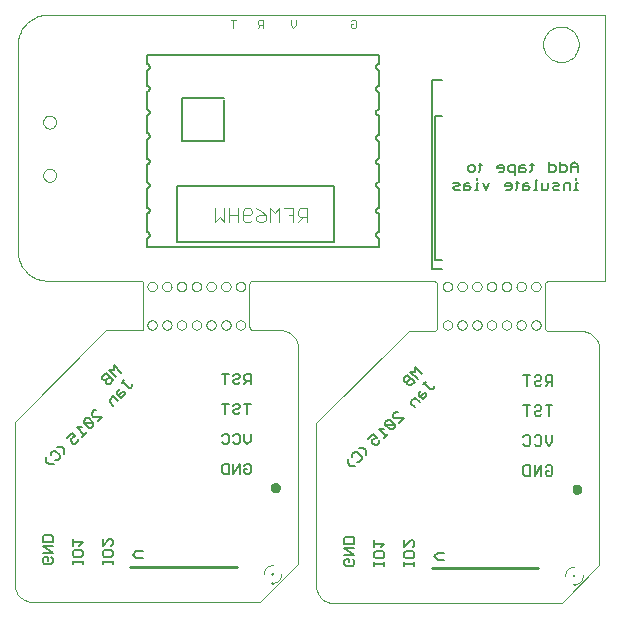
<source format=gbo>
G75*
%MOIN*%
%OFA0B0*%
%FSLAX24Y24*%
%IPPOS*%
%LPD*%
%AMOC8*
5,1,8,0,0,1.08239X$1,22.5*
%
%ADD10C,0.0060*%
%ADD11C,0.0100*%
%ADD12C,0.0000*%
%ADD13C,0.0040*%
%ADD14C,0.0150*%
%ADD15R,0.0079X0.0079*%
%ADD16R,0.0059X0.0098*%
%ADD17C,0.0050*%
D10*
X006878Y001587D02*
X006878Y001700D01*
X006935Y001757D01*
X007048Y001757D01*
X007048Y001643D01*
X007161Y001530D02*
X006935Y001530D01*
X006878Y001587D01*
X007161Y001530D02*
X007218Y001587D01*
X007218Y001700D01*
X007161Y001757D01*
X007218Y001898D02*
X006878Y002125D01*
X007218Y002125D01*
X007218Y002267D02*
X006878Y002267D01*
X006878Y002437D01*
X006935Y002493D01*
X007161Y002493D01*
X007218Y002437D01*
X007218Y002267D01*
X007218Y001898D02*
X006878Y001898D01*
X007878Y001946D02*
X007878Y001832D01*
X007935Y001776D01*
X008161Y001776D01*
X008218Y001832D01*
X008218Y001946D01*
X008161Y002002D01*
X007935Y002002D01*
X007878Y001946D01*
X007878Y002144D02*
X007878Y002371D01*
X007878Y002257D02*
X008218Y002257D01*
X008105Y002144D01*
X008878Y002144D02*
X009105Y002371D01*
X009161Y002371D01*
X009218Y002314D01*
X009218Y002201D01*
X009161Y002144D01*
X009161Y002002D02*
X009218Y001946D01*
X009218Y001832D01*
X009161Y001776D01*
X008935Y001776D01*
X008878Y001832D01*
X008878Y001946D01*
X008935Y002002D01*
X009161Y002002D01*
X008878Y002144D02*
X008878Y002371D01*
X008878Y001643D02*
X008878Y001530D01*
X008878Y001587D02*
X009218Y001587D01*
X009218Y001643D02*
X009218Y001530D01*
X009878Y001843D02*
X009991Y001957D01*
X010218Y001957D01*
X010218Y001730D02*
X009991Y001730D01*
X009878Y001843D01*
X008218Y001643D02*
X008218Y001530D01*
X008218Y001587D02*
X007878Y001587D01*
X007878Y001643D02*
X007878Y001530D01*
X007243Y004856D02*
X007083Y004856D01*
X007002Y004936D01*
X007002Y005096D01*
X007143Y005156D02*
X007143Y005236D01*
X007223Y005317D01*
X007303Y005317D01*
X007463Y005156D01*
X007463Y005076D01*
X007383Y004996D01*
X007303Y004996D01*
X007597Y005210D02*
X007597Y005370D01*
X007517Y005450D01*
X007356Y005450D01*
X007688Y005750D02*
X007849Y005910D01*
X007969Y005790D01*
X007849Y005750D01*
X007809Y005710D01*
X007809Y005630D01*
X007889Y005550D01*
X007969Y005550D01*
X008049Y005630D01*
X008049Y005710D01*
X008190Y005770D02*
X008350Y005930D01*
X008270Y005850D02*
X008029Y006091D01*
X008190Y006091D01*
X008249Y006231D02*
X008570Y006231D01*
X008570Y006151D01*
X008490Y006070D01*
X008410Y006070D01*
X008249Y006231D01*
X008249Y006311D01*
X008330Y006391D01*
X008410Y006391D01*
X008570Y006231D01*
X008710Y006291D02*
X008871Y006451D01*
X008550Y006451D01*
X008510Y006491D01*
X008510Y006571D01*
X008590Y006652D01*
X008670Y006652D01*
X009111Y006932D02*
X009231Y006812D01*
X009111Y006932D02*
X009111Y007012D01*
X009231Y007132D01*
X009392Y006972D01*
X009492Y007072D02*
X009371Y007192D01*
X009371Y007273D01*
X009452Y007353D01*
X009532Y007273D02*
X009411Y007152D01*
X009492Y007072D02*
X009612Y007192D01*
X009612Y007273D01*
X009532Y007273D01*
X009752Y007413D02*
X009552Y007613D01*
X009592Y007653D02*
X009512Y007573D01*
X009328Y007757D02*
X009087Y007997D01*
X009248Y007997D01*
X009248Y008158D01*
X009488Y007917D01*
X009228Y007657D02*
X009108Y007536D01*
X009027Y007536D01*
X008987Y007577D01*
X008987Y007657D01*
X009108Y007777D01*
X009228Y007657D02*
X008987Y007897D01*
X008867Y007777D01*
X008867Y007697D01*
X008907Y007657D01*
X008987Y007657D01*
X009752Y007413D02*
X009832Y007413D01*
X009872Y007453D01*
X009872Y007533D01*
X012854Y007870D02*
X013081Y007870D01*
X012968Y007870D02*
X012968Y007530D01*
X013223Y007587D02*
X013279Y007530D01*
X013393Y007530D01*
X013450Y007587D01*
X013393Y007700D02*
X013450Y007757D01*
X013450Y007814D01*
X013393Y007870D01*
X013279Y007870D01*
X013223Y007814D01*
X013279Y007700D02*
X013223Y007643D01*
X013223Y007587D01*
X013279Y007700D02*
X013393Y007700D01*
X013591Y007700D02*
X013648Y007643D01*
X013818Y007643D01*
X013818Y007530D02*
X013818Y007870D01*
X013648Y007870D01*
X013591Y007814D01*
X013591Y007700D01*
X013704Y007643D02*
X013591Y007530D01*
X013591Y006870D02*
X013818Y006870D01*
X013704Y006870D02*
X013704Y006530D01*
X013450Y006587D02*
X013393Y006530D01*
X013279Y006530D01*
X013223Y006587D01*
X013223Y006643D01*
X013279Y006700D01*
X013393Y006700D01*
X013450Y006757D01*
X013450Y006814D01*
X013393Y006870D01*
X013279Y006870D01*
X013223Y006814D01*
X013081Y006870D02*
X012854Y006870D01*
X012968Y006870D02*
X012968Y006530D01*
X013025Y005870D02*
X013081Y005814D01*
X013081Y005587D01*
X013025Y005530D01*
X012911Y005530D01*
X012854Y005587D01*
X012854Y005814D02*
X012911Y005870D01*
X013025Y005870D01*
X013223Y005814D02*
X013279Y005870D01*
X013393Y005870D01*
X013450Y005814D01*
X013450Y005587D01*
X013393Y005530D01*
X013279Y005530D01*
X013223Y005587D01*
X013591Y005643D02*
X013591Y005870D01*
X013591Y005643D02*
X013704Y005530D01*
X013818Y005643D01*
X013818Y005870D01*
X013761Y004870D02*
X013648Y004870D01*
X013591Y004814D01*
X013591Y004700D02*
X013704Y004700D01*
X013591Y004700D02*
X013591Y004587D01*
X013648Y004530D01*
X013761Y004530D01*
X013818Y004587D01*
X013818Y004814D01*
X013761Y004870D01*
X013450Y004870D02*
X013450Y004530D01*
X013223Y004530D02*
X013223Y004870D01*
X013081Y004870D02*
X013081Y004530D01*
X012911Y004530D01*
X012854Y004587D01*
X012854Y004814D01*
X012911Y004870D01*
X013081Y004870D01*
X013223Y004530D02*
X013450Y004870D01*
X016928Y002387D02*
X016928Y002217D01*
X017268Y002217D01*
X017268Y002387D01*
X017211Y002443D01*
X016985Y002443D01*
X016928Y002387D01*
X016928Y002075D02*
X017268Y002075D01*
X017268Y001848D02*
X016928Y001848D01*
X016985Y001707D02*
X017098Y001707D01*
X017098Y001593D01*
X017211Y001480D02*
X016985Y001480D01*
X016928Y001537D01*
X016928Y001650D01*
X016985Y001707D01*
X017211Y001707D02*
X017268Y001650D01*
X017268Y001537D01*
X017211Y001480D01*
X017268Y001848D02*
X016928Y002075D01*
X017928Y002094D02*
X017928Y002321D01*
X017928Y002207D02*
X018268Y002207D01*
X018155Y002094D01*
X018211Y001952D02*
X018268Y001896D01*
X018268Y001782D01*
X018211Y001726D01*
X017985Y001726D01*
X017928Y001782D01*
X017928Y001896D01*
X017985Y001952D01*
X018211Y001952D01*
X018268Y001593D02*
X018268Y001480D01*
X018268Y001537D02*
X017928Y001537D01*
X017928Y001593D02*
X017928Y001480D01*
X018928Y001480D02*
X018928Y001593D01*
X018928Y001537D02*
X019268Y001537D01*
X019268Y001593D02*
X019268Y001480D01*
X019211Y001726D02*
X018985Y001726D01*
X018928Y001782D01*
X018928Y001896D01*
X018985Y001952D01*
X019211Y001952D01*
X019268Y001896D01*
X019268Y001782D01*
X019211Y001726D01*
X019211Y002094D02*
X019268Y002151D01*
X019268Y002264D01*
X019211Y002321D01*
X019155Y002321D01*
X018928Y002094D01*
X018928Y002321D01*
X019928Y001793D02*
X020041Y001907D01*
X020268Y001907D01*
X020268Y001680D02*
X020041Y001680D01*
X019928Y001793D01*
X022904Y004537D02*
X022961Y004480D01*
X023131Y004480D01*
X023131Y004820D01*
X022961Y004820D01*
X022904Y004764D01*
X022904Y004537D01*
X023273Y004480D02*
X023273Y004820D01*
X023500Y004820D02*
X023273Y004480D01*
X023500Y004480D02*
X023500Y004820D01*
X023641Y004764D02*
X023698Y004820D01*
X023811Y004820D01*
X023868Y004764D01*
X023868Y004537D01*
X023811Y004480D01*
X023698Y004480D01*
X023641Y004537D01*
X023641Y004650D01*
X023754Y004650D01*
X023754Y005480D02*
X023641Y005593D01*
X023641Y005820D01*
X023500Y005764D02*
X023500Y005537D01*
X023443Y005480D01*
X023329Y005480D01*
X023273Y005537D01*
X023131Y005537D02*
X023131Y005764D01*
X023075Y005820D01*
X022961Y005820D01*
X022904Y005764D01*
X022904Y005537D02*
X022961Y005480D01*
X023075Y005480D01*
X023131Y005537D01*
X023273Y005764D02*
X023329Y005820D01*
X023443Y005820D01*
X023500Y005764D01*
X023868Y005820D02*
X023868Y005593D01*
X023754Y005480D01*
X023754Y006480D02*
X023754Y006820D01*
X023641Y006820D02*
X023868Y006820D01*
X023500Y006764D02*
X023500Y006707D01*
X023443Y006650D01*
X023329Y006650D01*
X023273Y006593D01*
X023273Y006537D01*
X023329Y006480D01*
X023443Y006480D01*
X023500Y006537D01*
X023500Y006764D02*
X023443Y006820D01*
X023329Y006820D01*
X023273Y006764D01*
X023131Y006820D02*
X022904Y006820D01*
X023018Y006820D02*
X023018Y006480D01*
X023018Y007480D02*
X023018Y007820D01*
X023131Y007820D02*
X022904Y007820D01*
X023273Y007764D02*
X023329Y007820D01*
X023443Y007820D01*
X023500Y007764D01*
X023500Y007707D01*
X023443Y007650D01*
X023329Y007650D01*
X023273Y007593D01*
X023273Y007537D01*
X023329Y007480D01*
X023443Y007480D01*
X023500Y007537D01*
X023641Y007480D02*
X023754Y007593D01*
X023698Y007593D02*
X023868Y007593D01*
X023868Y007480D02*
X023868Y007820D01*
X023698Y007820D01*
X023641Y007764D01*
X023641Y007650D01*
X023698Y007593D01*
X019922Y007483D02*
X019922Y007403D01*
X019882Y007363D01*
X019802Y007363D01*
X019602Y007563D01*
X019642Y007603D02*
X019562Y007523D01*
X019502Y007303D02*
X019421Y007223D01*
X019421Y007142D01*
X019542Y007022D01*
X019662Y007142D01*
X019662Y007223D01*
X019582Y007223D01*
X019461Y007102D01*
X019281Y007082D02*
X019161Y006962D01*
X019161Y006882D01*
X019281Y006762D01*
X019442Y006922D02*
X019281Y007082D01*
X019158Y007486D02*
X019278Y007607D01*
X019037Y007847D01*
X018917Y007727D01*
X018917Y007647D01*
X018957Y007607D01*
X019037Y007607D01*
X019158Y007727D01*
X019037Y007607D02*
X019037Y007527D01*
X019077Y007486D01*
X019158Y007486D01*
X019378Y007707D02*
X019137Y007947D01*
X019298Y007947D01*
X019298Y008108D01*
X019538Y007867D01*
X018720Y006602D02*
X018640Y006602D01*
X018560Y006521D01*
X018560Y006441D01*
X018600Y006401D01*
X018921Y006401D01*
X018760Y006241D01*
X018620Y006181D02*
X018620Y006101D01*
X018540Y006020D01*
X018460Y006020D01*
X018299Y006181D01*
X018620Y006181D01*
X018460Y006341D01*
X018380Y006341D01*
X018299Y006261D01*
X018299Y006181D01*
X018240Y006041D02*
X018079Y006041D01*
X018320Y005800D01*
X018400Y005880D02*
X018240Y005720D01*
X018099Y005660D02*
X018099Y005580D01*
X018019Y005500D01*
X017939Y005500D01*
X017859Y005580D01*
X017859Y005660D01*
X017899Y005700D01*
X018019Y005740D01*
X017899Y005860D01*
X017738Y005700D01*
X017567Y005400D02*
X017406Y005400D01*
X017353Y005267D02*
X017513Y005106D01*
X017513Y005026D01*
X017433Y004946D01*
X017353Y004946D01*
X017293Y004806D02*
X017133Y004806D01*
X017052Y004886D01*
X017052Y005046D01*
X017193Y005106D02*
X017193Y005186D01*
X017273Y005267D01*
X017353Y005267D01*
X017567Y005400D02*
X017647Y005320D01*
X017647Y005160D01*
X020619Y014010D02*
X020562Y014067D01*
X020619Y014123D01*
X020732Y014123D01*
X020789Y014180D01*
X020732Y014237D01*
X020562Y014237D01*
X020619Y014010D02*
X020789Y014010D01*
X020931Y014010D02*
X021101Y014010D01*
X021158Y014067D01*
X021101Y014123D01*
X020931Y014123D01*
X020931Y014180D02*
X020931Y014010D01*
X020931Y014180D02*
X020987Y014237D01*
X021101Y014237D01*
X021346Y014237D02*
X021346Y014010D01*
X021290Y014010D02*
X021403Y014010D01*
X021403Y014237D02*
X021346Y014237D01*
X021346Y014350D02*
X021346Y014407D01*
X021412Y014610D02*
X021469Y014667D01*
X021469Y014893D01*
X021526Y014837D02*
X021412Y014837D01*
X021280Y014780D02*
X021280Y014667D01*
X021224Y014610D01*
X021110Y014610D01*
X021053Y014667D01*
X021053Y014780D01*
X021110Y014837D01*
X021224Y014837D01*
X021280Y014780D01*
X021544Y014237D02*
X021658Y014010D01*
X021771Y014237D01*
X022092Y014610D02*
X022206Y014610D01*
X022262Y014667D01*
X022262Y014780D01*
X022206Y014837D01*
X022092Y014837D01*
X022036Y014780D01*
X022036Y014723D01*
X022262Y014723D01*
X022404Y014667D02*
X022461Y014610D01*
X022631Y014610D01*
X022631Y014496D02*
X022631Y014837D01*
X022461Y014837D01*
X022404Y014780D01*
X022404Y014667D01*
X022772Y014723D02*
X022942Y014723D01*
X022999Y014667D01*
X022942Y014610D01*
X022772Y014610D01*
X022772Y014780D01*
X022829Y014837D01*
X022942Y014837D01*
X023131Y014837D02*
X023245Y014837D01*
X023188Y014893D02*
X023188Y014667D01*
X023131Y014610D01*
X023311Y014350D02*
X023311Y014010D01*
X023367Y014010D02*
X023254Y014010D01*
X023122Y014067D02*
X023065Y014123D01*
X022895Y014123D01*
X022895Y014180D02*
X022895Y014010D01*
X023065Y014010D01*
X023122Y014067D01*
X023065Y014237D02*
X022952Y014237D01*
X022895Y014180D01*
X022754Y014237D02*
X022640Y014237D01*
X022697Y014293D02*
X022697Y014067D01*
X022640Y014010D01*
X022508Y014067D02*
X022508Y014180D01*
X022451Y014237D01*
X022338Y014237D01*
X022281Y014180D01*
X022281Y014123D01*
X022508Y014123D01*
X022508Y014067D02*
X022451Y014010D01*
X022338Y014010D01*
X023311Y014350D02*
X023367Y014350D01*
X023509Y014237D02*
X023509Y014010D01*
X023679Y014010D01*
X023736Y014067D01*
X023736Y014237D01*
X023877Y014237D02*
X024047Y014237D01*
X024104Y014180D01*
X024047Y014123D01*
X023934Y014123D01*
X023877Y014067D01*
X023934Y014010D01*
X024104Y014010D01*
X024245Y014010D02*
X024245Y014180D01*
X024302Y014237D01*
X024472Y014237D01*
X024472Y014010D01*
X024604Y014010D02*
X024718Y014010D01*
X024661Y014010D02*
X024661Y014237D01*
X024718Y014237D01*
X024661Y014350D02*
X024661Y014407D01*
X024718Y014610D02*
X024718Y014837D01*
X024604Y014950D01*
X024491Y014837D01*
X024491Y014610D01*
X024350Y014667D02*
X024350Y014780D01*
X024293Y014837D01*
X024123Y014837D01*
X024123Y014950D02*
X024123Y014610D01*
X024293Y014610D01*
X024350Y014667D01*
X024491Y014780D02*
X024718Y014780D01*
X023981Y014780D02*
X023981Y014667D01*
X023925Y014610D01*
X023754Y014610D01*
X023754Y014950D01*
X023754Y014837D02*
X023925Y014837D01*
X023981Y014780D01*
D11*
X013348Y001450D02*
X009798Y001450D01*
X019848Y001400D02*
X023398Y001400D01*
D12*
X005948Y000850D02*
X005948Y006275D01*
X008998Y009325D01*
X010153Y009325D01*
X010168Y009326D01*
X010182Y009331D01*
X010196Y009338D01*
X010207Y009348D01*
X010217Y009359D01*
X010224Y009373D01*
X010229Y009387D01*
X010230Y009402D01*
X010229Y009402D02*
X010229Y010880D01*
X010228Y010897D01*
X010223Y010914D01*
X010216Y010929D01*
X010206Y010943D01*
X010194Y010955D01*
X010180Y010965D01*
X010165Y010972D01*
X010148Y010977D01*
X010131Y010978D01*
X007031Y010978D01*
X007031Y010979D02*
X006969Y010981D01*
X006908Y010987D01*
X006847Y010996D01*
X006786Y011010D01*
X006727Y011027D01*
X006669Y011048D01*
X006612Y011073D01*
X006557Y011101D01*
X006504Y011132D01*
X006453Y011167D01*
X006404Y011205D01*
X006357Y011246D01*
X006314Y011289D01*
X006273Y011336D01*
X006235Y011385D01*
X006200Y011436D01*
X006169Y011489D01*
X006141Y011544D01*
X006116Y011601D01*
X006095Y011659D01*
X006078Y011718D01*
X006064Y011779D01*
X006055Y011840D01*
X006049Y011901D01*
X006047Y011963D01*
X006046Y011963D02*
X006046Y018852D01*
X006047Y018852D02*
X006049Y018914D01*
X006055Y018975D01*
X006064Y019036D01*
X006078Y019097D01*
X006095Y019156D01*
X006116Y019214D01*
X006141Y019271D01*
X006169Y019326D01*
X006200Y019379D01*
X006235Y019430D01*
X006273Y019479D01*
X006314Y019526D01*
X006357Y019569D01*
X006404Y019610D01*
X006453Y019648D01*
X006504Y019683D01*
X006557Y019714D01*
X006612Y019742D01*
X006669Y019767D01*
X006727Y019788D01*
X006786Y019805D01*
X006847Y019819D01*
X006908Y019828D01*
X006969Y019834D01*
X007031Y019836D01*
X007031Y019837D02*
X025633Y019837D01*
X025633Y010978D01*
X023763Y010978D01*
X023763Y010979D02*
X023740Y010977D01*
X023717Y010972D01*
X023696Y010963D01*
X023676Y010951D01*
X023658Y010936D01*
X023643Y010918D01*
X023631Y010898D01*
X023622Y010877D01*
X023617Y010854D01*
X023615Y010831D01*
X023615Y009404D01*
X023616Y009404D02*
X023617Y009387D01*
X023622Y009370D01*
X023629Y009355D01*
X023639Y009341D01*
X023651Y009329D01*
X023665Y009319D01*
X023680Y009312D01*
X023697Y009307D01*
X023714Y009306D01*
X023714Y009305D02*
X024796Y009305D01*
X024844Y009303D01*
X024891Y009298D01*
X024938Y009289D01*
X024985Y009277D01*
X025030Y009261D01*
X025074Y009242D01*
X025116Y009219D01*
X025157Y009194D01*
X025195Y009165D01*
X025231Y009134D01*
X025265Y009100D01*
X025296Y009064D01*
X025325Y009026D01*
X025350Y008985D01*
X025373Y008943D01*
X025392Y008899D01*
X025408Y008854D01*
X025420Y008807D01*
X025429Y008760D01*
X025434Y008713D01*
X025436Y008665D01*
X025436Y001488D01*
X024173Y000225D01*
X016573Y000225D01*
X016528Y000227D01*
X016483Y000232D01*
X016439Y000241D01*
X016395Y000253D01*
X016353Y000269D01*
X016312Y000288D01*
X016273Y000310D01*
X016235Y000335D01*
X016200Y000363D01*
X016166Y000393D01*
X016136Y000427D01*
X016108Y000462D01*
X016083Y000500D01*
X016061Y000539D01*
X016042Y000580D01*
X016026Y000622D01*
X016014Y000666D01*
X016005Y000710D01*
X016000Y000755D01*
X015998Y000800D01*
X015998Y006225D01*
X019078Y009305D01*
X019924Y009305D01*
X019924Y009306D02*
X019941Y009307D01*
X019958Y009312D01*
X019973Y009319D01*
X019987Y009329D01*
X019999Y009341D01*
X020009Y009355D01*
X020016Y009370D01*
X020021Y009387D01*
X020022Y009404D01*
X020023Y009404D02*
X020023Y010831D01*
X020021Y010854D01*
X020016Y010877D01*
X020007Y010898D01*
X019995Y010918D01*
X019980Y010936D01*
X019962Y010951D01*
X019942Y010963D01*
X019921Y010972D01*
X019898Y010977D01*
X019875Y010979D01*
X019875Y010978D02*
X013871Y010978D01*
X013871Y010979D02*
X013854Y010977D01*
X013837Y010973D01*
X013821Y010966D01*
X013807Y010956D01*
X013794Y010943D01*
X013784Y010929D01*
X013777Y010913D01*
X013773Y010896D01*
X013771Y010879D01*
X013771Y009451D01*
X013773Y009431D01*
X013777Y009412D01*
X013785Y009394D01*
X013795Y009377D01*
X013808Y009362D01*
X013823Y009349D01*
X013840Y009339D01*
X013858Y009331D01*
X013877Y009327D01*
X013897Y009325D01*
X014798Y009325D01*
X014845Y009323D01*
X014892Y009318D01*
X014938Y009308D01*
X014983Y009296D01*
X015028Y009279D01*
X015070Y009260D01*
X015111Y009237D01*
X015151Y009210D01*
X015188Y009181D01*
X015222Y009149D01*
X015254Y009115D01*
X015283Y009078D01*
X015310Y009038D01*
X015333Y008997D01*
X015352Y008955D01*
X015369Y008910D01*
X015381Y008865D01*
X015391Y008819D01*
X015396Y008772D01*
X015398Y008725D01*
X015398Y001550D01*
X014123Y000275D01*
X006523Y000275D01*
X006478Y000277D01*
X006433Y000282D01*
X006389Y000291D01*
X006345Y000303D01*
X006303Y000319D01*
X006262Y000338D01*
X006223Y000360D01*
X006185Y000385D01*
X006150Y000413D01*
X006116Y000443D01*
X006086Y000477D01*
X006058Y000512D01*
X006033Y000550D01*
X006011Y000589D01*
X005992Y000630D01*
X005976Y000672D01*
X005964Y000716D01*
X005955Y000760D01*
X005950Y000805D01*
X005948Y000850D01*
X010368Y009502D02*
X010370Y009527D01*
X010376Y009551D01*
X010385Y009573D01*
X010398Y009594D01*
X010414Y009613D01*
X010433Y009629D01*
X010454Y009642D01*
X010476Y009651D01*
X010500Y009657D01*
X010525Y009659D01*
X010550Y009657D01*
X010574Y009651D01*
X010596Y009642D01*
X010617Y009629D01*
X010636Y009613D01*
X010652Y009594D01*
X010665Y009573D01*
X010674Y009551D01*
X010680Y009527D01*
X010682Y009502D01*
X010680Y009477D01*
X010674Y009453D01*
X010665Y009431D01*
X010652Y009410D01*
X010636Y009391D01*
X010617Y009375D01*
X010596Y009362D01*
X010574Y009353D01*
X010550Y009347D01*
X010525Y009345D01*
X010500Y009347D01*
X010476Y009353D01*
X010454Y009362D01*
X010433Y009375D01*
X010414Y009391D01*
X010398Y009410D01*
X010385Y009431D01*
X010376Y009453D01*
X010370Y009477D01*
X010368Y009502D01*
X010860Y009502D02*
X010862Y009527D01*
X010868Y009551D01*
X010877Y009573D01*
X010890Y009594D01*
X010906Y009613D01*
X010925Y009629D01*
X010946Y009642D01*
X010968Y009651D01*
X010992Y009657D01*
X011017Y009659D01*
X011042Y009657D01*
X011066Y009651D01*
X011088Y009642D01*
X011109Y009629D01*
X011128Y009613D01*
X011144Y009594D01*
X011157Y009573D01*
X011166Y009551D01*
X011172Y009527D01*
X011174Y009502D01*
X011172Y009477D01*
X011166Y009453D01*
X011157Y009431D01*
X011144Y009410D01*
X011128Y009391D01*
X011109Y009375D01*
X011088Y009362D01*
X011066Y009353D01*
X011042Y009347D01*
X011017Y009345D01*
X010992Y009347D01*
X010968Y009353D01*
X010946Y009362D01*
X010925Y009375D01*
X010906Y009391D01*
X010890Y009410D01*
X010877Y009431D01*
X010868Y009453D01*
X010862Y009477D01*
X010860Y009502D01*
X011352Y009502D02*
X011354Y009527D01*
X011360Y009551D01*
X011369Y009573D01*
X011382Y009594D01*
X011398Y009613D01*
X011417Y009629D01*
X011438Y009642D01*
X011460Y009651D01*
X011484Y009657D01*
X011509Y009659D01*
X011534Y009657D01*
X011558Y009651D01*
X011580Y009642D01*
X011601Y009629D01*
X011620Y009613D01*
X011636Y009594D01*
X011649Y009573D01*
X011658Y009551D01*
X011664Y009527D01*
X011666Y009502D01*
X011664Y009477D01*
X011658Y009453D01*
X011649Y009431D01*
X011636Y009410D01*
X011620Y009391D01*
X011601Y009375D01*
X011580Y009362D01*
X011558Y009353D01*
X011534Y009347D01*
X011509Y009345D01*
X011484Y009347D01*
X011460Y009353D01*
X011438Y009362D01*
X011417Y009375D01*
X011398Y009391D01*
X011382Y009410D01*
X011369Y009431D01*
X011360Y009453D01*
X011354Y009477D01*
X011352Y009502D01*
X011844Y009502D02*
X011846Y009527D01*
X011852Y009551D01*
X011861Y009573D01*
X011874Y009594D01*
X011890Y009613D01*
X011909Y009629D01*
X011930Y009642D01*
X011952Y009651D01*
X011976Y009657D01*
X012001Y009659D01*
X012026Y009657D01*
X012050Y009651D01*
X012072Y009642D01*
X012093Y009629D01*
X012112Y009613D01*
X012128Y009594D01*
X012141Y009573D01*
X012150Y009551D01*
X012156Y009527D01*
X012158Y009502D01*
X012156Y009477D01*
X012150Y009453D01*
X012141Y009431D01*
X012128Y009410D01*
X012112Y009391D01*
X012093Y009375D01*
X012072Y009362D01*
X012050Y009353D01*
X012026Y009347D01*
X012001Y009345D01*
X011976Y009347D01*
X011952Y009353D01*
X011930Y009362D01*
X011909Y009375D01*
X011890Y009391D01*
X011874Y009410D01*
X011861Y009431D01*
X011852Y009453D01*
X011846Y009477D01*
X011844Y009502D01*
X012336Y009502D02*
X012338Y009527D01*
X012344Y009551D01*
X012353Y009573D01*
X012366Y009594D01*
X012382Y009613D01*
X012401Y009629D01*
X012422Y009642D01*
X012444Y009651D01*
X012468Y009657D01*
X012493Y009659D01*
X012518Y009657D01*
X012542Y009651D01*
X012564Y009642D01*
X012585Y009629D01*
X012604Y009613D01*
X012620Y009594D01*
X012633Y009573D01*
X012642Y009551D01*
X012648Y009527D01*
X012650Y009502D01*
X012648Y009477D01*
X012642Y009453D01*
X012633Y009431D01*
X012620Y009410D01*
X012604Y009391D01*
X012585Y009375D01*
X012564Y009362D01*
X012542Y009353D01*
X012518Y009347D01*
X012493Y009345D01*
X012468Y009347D01*
X012444Y009353D01*
X012422Y009362D01*
X012401Y009375D01*
X012382Y009391D01*
X012366Y009410D01*
X012353Y009431D01*
X012344Y009453D01*
X012338Y009477D01*
X012336Y009502D01*
X012828Y009502D02*
X012830Y009527D01*
X012836Y009551D01*
X012845Y009573D01*
X012858Y009594D01*
X012874Y009613D01*
X012893Y009629D01*
X012914Y009642D01*
X012936Y009651D01*
X012960Y009657D01*
X012985Y009659D01*
X013010Y009657D01*
X013034Y009651D01*
X013056Y009642D01*
X013077Y009629D01*
X013096Y009613D01*
X013112Y009594D01*
X013125Y009573D01*
X013134Y009551D01*
X013140Y009527D01*
X013142Y009502D01*
X013140Y009477D01*
X013134Y009453D01*
X013125Y009431D01*
X013112Y009410D01*
X013096Y009391D01*
X013077Y009375D01*
X013056Y009362D01*
X013034Y009353D01*
X013010Y009347D01*
X012985Y009345D01*
X012960Y009347D01*
X012936Y009353D01*
X012914Y009362D01*
X012893Y009375D01*
X012874Y009391D01*
X012858Y009410D01*
X012845Y009431D01*
X012836Y009453D01*
X012830Y009477D01*
X012828Y009502D01*
X013320Y009502D02*
X013322Y009527D01*
X013328Y009551D01*
X013337Y009573D01*
X013350Y009594D01*
X013366Y009613D01*
X013385Y009629D01*
X013406Y009642D01*
X013428Y009651D01*
X013452Y009657D01*
X013477Y009659D01*
X013502Y009657D01*
X013526Y009651D01*
X013548Y009642D01*
X013569Y009629D01*
X013588Y009613D01*
X013604Y009594D01*
X013617Y009573D01*
X013626Y009551D01*
X013632Y009527D01*
X013634Y009502D01*
X013632Y009477D01*
X013626Y009453D01*
X013617Y009431D01*
X013604Y009410D01*
X013588Y009391D01*
X013569Y009375D01*
X013548Y009362D01*
X013526Y009353D01*
X013502Y009347D01*
X013477Y009345D01*
X013452Y009347D01*
X013428Y009353D01*
X013406Y009362D01*
X013385Y009375D01*
X013366Y009391D01*
X013350Y009410D01*
X013337Y009431D01*
X013328Y009453D01*
X013322Y009477D01*
X013320Y009502D01*
X013320Y010781D02*
X013322Y010806D01*
X013328Y010830D01*
X013337Y010852D01*
X013350Y010873D01*
X013366Y010892D01*
X013385Y010908D01*
X013406Y010921D01*
X013428Y010930D01*
X013452Y010936D01*
X013477Y010938D01*
X013502Y010936D01*
X013526Y010930D01*
X013548Y010921D01*
X013569Y010908D01*
X013588Y010892D01*
X013604Y010873D01*
X013617Y010852D01*
X013626Y010830D01*
X013632Y010806D01*
X013634Y010781D01*
X013632Y010756D01*
X013626Y010732D01*
X013617Y010710D01*
X013604Y010689D01*
X013588Y010670D01*
X013569Y010654D01*
X013548Y010641D01*
X013526Y010632D01*
X013502Y010626D01*
X013477Y010624D01*
X013452Y010626D01*
X013428Y010632D01*
X013406Y010641D01*
X013385Y010654D01*
X013366Y010670D01*
X013350Y010689D01*
X013337Y010710D01*
X013328Y010732D01*
X013322Y010756D01*
X013320Y010781D01*
X012828Y010781D02*
X012830Y010806D01*
X012836Y010830D01*
X012845Y010852D01*
X012858Y010873D01*
X012874Y010892D01*
X012893Y010908D01*
X012914Y010921D01*
X012936Y010930D01*
X012960Y010936D01*
X012985Y010938D01*
X013010Y010936D01*
X013034Y010930D01*
X013056Y010921D01*
X013077Y010908D01*
X013096Y010892D01*
X013112Y010873D01*
X013125Y010852D01*
X013134Y010830D01*
X013140Y010806D01*
X013142Y010781D01*
X013140Y010756D01*
X013134Y010732D01*
X013125Y010710D01*
X013112Y010689D01*
X013096Y010670D01*
X013077Y010654D01*
X013056Y010641D01*
X013034Y010632D01*
X013010Y010626D01*
X012985Y010624D01*
X012960Y010626D01*
X012936Y010632D01*
X012914Y010641D01*
X012893Y010654D01*
X012874Y010670D01*
X012858Y010689D01*
X012845Y010710D01*
X012836Y010732D01*
X012830Y010756D01*
X012828Y010781D01*
X012336Y010781D02*
X012338Y010806D01*
X012344Y010830D01*
X012353Y010852D01*
X012366Y010873D01*
X012382Y010892D01*
X012401Y010908D01*
X012422Y010921D01*
X012444Y010930D01*
X012468Y010936D01*
X012493Y010938D01*
X012518Y010936D01*
X012542Y010930D01*
X012564Y010921D01*
X012585Y010908D01*
X012604Y010892D01*
X012620Y010873D01*
X012633Y010852D01*
X012642Y010830D01*
X012648Y010806D01*
X012650Y010781D01*
X012648Y010756D01*
X012642Y010732D01*
X012633Y010710D01*
X012620Y010689D01*
X012604Y010670D01*
X012585Y010654D01*
X012564Y010641D01*
X012542Y010632D01*
X012518Y010626D01*
X012493Y010624D01*
X012468Y010626D01*
X012444Y010632D01*
X012422Y010641D01*
X012401Y010654D01*
X012382Y010670D01*
X012366Y010689D01*
X012353Y010710D01*
X012344Y010732D01*
X012338Y010756D01*
X012336Y010781D01*
X011844Y010781D02*
X011846Y010806D01*
X011852Y010830D01*
X011861Y010852D01*
X011874Y010873D01*
X011890Y010892D01*
X011909Y010908D01*
X011930Y010921D01*
X011952Y010930D01*
X011976Y010936D01*
X012001Y010938D01*
X012026Y010936D01*
X012050Y010930D01*
X012072Y010921D01*
X012093Y010908D01*
X012112Y010892D01*
X012128Y010873D01*
X012141Y010852D01*
X012150Y010830D01*
X012156Y010806D01*
X012158Y010781D01*
X012156Y010756D01*
X012150Y010732D01*
X012141Y010710D01*
X012128Y010689D01*
X012112Y010670D01*
X012093Y010654D01*
X012072Y010641D01*
X012050Y010632D01*
X012026Y010626D01*
X012001Y010624D01*
X011976Y010626D01*
X011952Y010632D01*
X011930Y010641D01*
X011909Y010654D01*
X011890Y010670D01*
X011874Y010689D01*
X011861Y010710D01*
X011852Y010732D01*
X011846Y010756D01*
X011844Y010781D01*
X011352Y010781D02*
X011354Y010806D01*
X011360Y010830D01*
X011369Y010852D01*
X011382Y010873D01*
X011398Y010892D01*
X011417Y010908D01*
X011438Y010921D01*
X011460Y010930D01*
X011484Y010936D01*
X011509Y010938D01*
X011534Y010936D01*
X011558Y010930D01*
X011580Y010921D01*
X011601Y010908D01*
X011620Y010892D01*
X011636Y010873D01*
X011649Y010852D01*
X011658Y010830D01*
X011664Y010806D01*
X011666Y010781D01*
X011664Y010756D01*
X011658Y010732D01*
X011649Y010710D01*
X011636Y010689D01*
X011620Y010670D01*
X011601Y010654D01*
X011580Y010641D01*
X011558Y010632D01*
X011534Y010626D01*
X011509Y010624D01*
X011484Y010626D01*
X011460Y010632D01*
X011438Y010641D01*
X011417Y010654D01*
X011398Y010670D01*
X011382Y010689D01*
X011369Y010710D01*
X011360Y010732D01*
X011354Y010756D01*
X011352Y010781D01*
X010860Y010781D02*
X010862Y010806D01*
X010868Y010830D01*
X010877Y010852D01*
X010890Y010873D01*
X010906Y010892D01*
X010925Y010908D01*
X010946Y010921D01*
X010968Y010930D01*
X010992Y010936D01*
X011017Y010938D01*
X011042Y010936D01*
X011066Y010930D01*
X011088Y010921D01*
X011109Y010908D01*
X011128Y010892D01*
X011144Y010873D01*
X011157Y010852D01*
X011166Y010830D01*
X011172Y010806D01*
X011174Y010781D01*
X011172Y010756D01*
X011166Y010732D01*
X011157Y010710D01*
X011144Y010689D01*
X011128Y010670D01*
X011109Y010654D01*
X011088Y010641D01*
X011066Y010632D01*
X011042Y010626D01*
X011017Y010624D01*
X010992Y010626D01*
X010968Y010632D01*
X010946Y010641D01*
X010925Y010654D01*
X010906Y010670D01*
X010890Y010689D01*
X010877Y010710D01*
X010868Y010732D01*
X010862Y010756D01*
X010860Y010781D01*
X010368Y010781D02*
X010370Y010806D01*
X010376Y010830D01*
X010385Y010852D01*
X010398Y010873D01*
X010414Y010892D01*
X010433Y010908D01*
X010454Y010921D01*
X010476Y010930D01*
X010500Y010936D01*
X010525Y010938D01*
X010550Y010936D01*
X010574Y010930D01*
X010596Y010921D01*
X010617Y010908D01*
X010636Y010892D01*
X010652Y010873D01*
X010665Y010852D01*
X010674Y010830D01*
X010680Y010806D01*
X010682Y010781D01*
X010680Y010756D01*
X010674Y010732D01*
X010665Y010710D01*
X010652Y010689D01*
X010636Y010670D01*
X010617Y010654D01*
X010596Y010641D01*
X010574Y010632D01*
X010550Y010626D01*
X010525Y010624D01*
X010500Y010626D01*
X010476Y010632D01*
X010454Y010641D01*
X010433Y010654D01*
X010414Y010670D01*
X010398Y010689D01*
X010385Y010710D01*
X010376Y010732D01*
X010370Y010756D01*
X010368Y010781D01*
X006892Y014494D02*
X006894Y014523D01*
X006900Y014551D01*
X006909Y014579D01*
X006922Y014605D01*
X006939Y014628D01*
X006958Y014650D01*
X006980Y014669D01*
X007005Y014684D01*
X007031Y014697D01*
X007059Y014705D01*
X007087Y014710D01*
X007116Y014711D01*
X007145Y014708D01*
X007173Y014701D01*
X007200Y014691D01*
X007226Y014677D01*
X007249Y014660D01*
X007270Y014640D01*
X007288Y014617D01*
X007303Y014592D01*
X007314Y014565D01*
X007322Y014537D01*
X007326Y014508D01*
X007326Y014480D01*
X007322Y014451D01*
X007314Y014423D01*
X007303Y014396D01*
X007288Y014371D01*
X007270Y014348D01*
X007249Y014328D01*
X007226Y014311D01*
X007200Y014297D01*
X007173Y014287D01*
X007145Y014280D01*
X007116Y014277D01*
X007087Y014278D01*
X007059Y014283D01*
X007031Y014291D01*
X007005Y014304D01*
X006980Y014319D01*
X006958Y014338D01*
X006939Y014360D01*
X006922Y014383D01*
X006909Y014409D01*
X006900Y014437D01*
X006894Y014465D01*
X006892Y014494D01*
X006892Y016266D02*
X006894Y016295D01*
X006900Y016323D01*
X006909Y016351D01*
X006922Y016377D01*
X006939Y016400D01*
X006958Y016422D01*
X006980Y016441D01*
X007005Y016456D01*
X007031Y016469D01*
X007059Y016477D01*
X007087Y016482D01*
X007116Y016483D01*
X007145Y016480D01*
X007173Y016473D01*
X007200Y016463D01*
X007226Y016449D01*
X007249Y016432D01*
X007270Y016412D01*
X007288Y016389D01*
X007303Y016364D01*
X007314Y016337D01*
X007322Y016309D01*
X007326Y016280D01*
X007326Y016252D01*
X007322Y016223D01*
X007314Y016195D01*
X007303Y016168D01*
X007288Y016143D01*
X007270Y016120D01*
X007249Y016100D01*
X007226Y016083D01*
X007200Y016069D01*
X007173Y016059D01*
X007145Y016052D01*
X007116Y016049D01*
X007087Y016050D01*
X007059Y016055D01*
X007031Y016063D01*
X007005Y016076D01*
X006980Y016091D01*
X006958Y016110D01*
X006939Y016132D01*
X006922Y016155D01*
X006909Y016181D01*
X006900Y016209D01*
X006894Y016237D01*
X006892Y016266D01*
X020210Y010781D02*
X020212Y010806D01*
X020218Y010830D01*
X020227Y010852D01*
X020240Y010873D01*
X020256Y010892D01*
X020275Y010908D01*
X020296Y010921D01*
X020318Y010930D01*
X020342Y010936D01*
X020367Y010938D01*
X020392Y010936D01*
X020416Y010930D01*
X020438Y010921D01*
X020459Y010908D01*
X020478Y010892D01*
X020494Y010873D01*
X020507Y010852D01*
X020516Y010830D01*
X020522Y010806D01*
X020524Y010781D01*
X020522Y010756D01*
X020516Y010732D01*
X020507Y010710D01*
X020494Y010689D01*
X020478Y010670D01*
X020459Y010654D01*
X020438Y010641D01*
X020416Y010632D01*
X020392Y010626D01*
X020367Y010624D01*
X020342Y010626D01*
X020318Y010632D01*
X020296Y010641D01*
X020275Y010654D01*
X020256Y010670D01*
X020240Y010689D01*
X020227Y010710D01*
X020218Y010732D01*
X020212Y010756D01*
X020210Y010781D01*
X020702Y010781D02*
X020704Y010806D01*
X020710Y010830D01*
X020719Y010852D01*
X020732Y010873D01*
X020748Y010892D01*
X020767Y010908D01*
X020788Y010921D01*
X020810Y010930D01*
X020834Y010936D01*
X020859Y010938D01*
X020884Y010936D01*
X020908Y010930D01*
X020930Y010921D01*
X020951Y010908D01*
X020970Y010892D01*
X020986Y010873D01*
X020999Y010852D01*
X021008Y010830D01*
X021014Y010806D01*
X021016Y010781D01*
X021014Y010756D01*
X021008Y010732D01*
X020999Y010710D01*
X020986Y010689D01*
X020970Y010670D01*
X020951Y010654D01*
X020930Y010641D01*
X020908Y010632D01*
X020884Y010626D01*
X020859Y010624D01*
X020834Y010626D01*
X020810Y010632D01*
X020788Y010641D01*
X020767Y010654D01*
X020748Y010670D01*
X020732Y010689D01*
X020719Y010710D01*
X020710Y010732D01*
X020704Y010756D01*
X020702Y010781D01*
X021194Y010781D02*
X021196Y010806D01*
X021202Y010830D01*
X021211Y010852D01*
X021224Y010873D01*
X021240Y010892D01*
X021259Y010908D01*
X021280Y010921D01*
X021302Y010930D01*
X021326Y010936D01*
X021351Y010938D01*
X021376Y010936D01*
X021400Y010930D01*
X021422Y010921D01*
X021443Y010908D01*
X021462Y010892D01*
X021478Y010873D01*
X021491Y010852D01*
X021500Y010830D01*
X021506Y010806D01*
X021508Y010781D01*
X021506Y010756D01*
X021500Y010732D01*
X021491Y010710D01*
X021478Y010689D01*
X021462Y010670D01*
X021443Y010654D01*
X021422Y010641D01*
X021400Y010632D01*
X021376Y010626D01*
X021351Y010624D01*
X021326Y010626D01*
X021302Y010632D01*
X021280Y010641D01*
X021259Y010654D01*
X021240Y010670D01*
X021224Y010689D01*
X021211Y010710D01*
X021202Y010732D01*
X021196Y010756D01*
X021194Y010781D01*
X021687Y010781D02*
X021689Y010806D01*
X021695Y010830D01*
X021704Y010852D01*
X021717Y010873D01*
X021733Y010892D01*
X021752Y010908D01*
X021773Y010921D01*
X021795Y010930D01*
X021819Y010936D01*
X021844Y010938D01*
X021869Y010936D01*
X021893Y010930D01*
X021915Y010921D01*
X021936Y010908D01*
X021955Y010892D01*
X021971Y010873D01*
X021984Y010852D01*
X021993Y010830D01*
X021999Y010806D01*
X022001Y010781D01*
X021999Y010756D01*
X021993Y010732D01*
X021984Y010710D01*
X021971Y010689D01*
X021955Y010670D01*
X021936Y010654D01*
X021915Y010641D01*
X021893Y010632D01*
X021869Y010626D01*
X021844Y010624D01*
X021819Y010626D01*
X021795Y010632D01*
X021773Y010641D01*
X021752Y010654D01*
X021733Y010670D01*
X021717Y010689D01*
X021704Y010710D01*
X021695Y010732D01*
X021689Y010756D01*
X021687Y010781D01*
X022179Y010781D02*
X022181Y010806D01*
X022187Y010830D01*
X022196Y010852D01*
X022209Y010873D01*
X022225Y010892D01*
X022244Y010908D01*
X022265Y010921D01*
X022287Y010930D01*
X022311Y010936D01*
X022336Y010938D01*
X022361Y010936D01*
X022385Y010930D01*
X022407Y010921D01*
X022428Y010908D01*
X022447Y010892D01*
X022463Y010873D01*
X022476Y010852D01*
X022485Y010830D01*
X022491Y010806D01*
X022493Y010781D01*
X022491Y010756D01*
X022485Y010732D01*
X022476Y010710D01*
X022463Y010689D01*
X022447Y010670D01*
X022428Y010654D01*
X022407Y010641D01*
X022385Y010632D01*
X022361Y010626D01*
X022336Y010624D01*
X022311Y010626D01*
X022287Y010632D01*
X022265Y010641D01*
X022244Y010654D01*
X022225Y010670D01*
X022209Y010689D01*
X022196Y010710D01*
X022187Y010732D01*
X022181Y010756D01*
X022179Y010781D01*
X022671Y010781D02*
X022673Y010806D01*
X022679Y010830D01*
X022688Y010852D01*
X022701Y010873D01*
X022717Y010892D01*
X022736Y010908D01*
X022757Y010921D01*
X022779Y010930D01*
X022803Y010936D01*
X022828Y010938D01*
X022853Y010936D01*
X022877Y010930D01*
X022899Y010921D01*
X022920Y010908D01*
X022939Y010892D01*
X022955Y010873D01*
X022968Y010852D01*
X022977Y010830D01*
X022983Y010806D01*
X022985Y010781D01*
X022983Y010756D01*
X022977Y010732D01*
X022968Y010710D01*
X022955Y010689D01*
X022939Y010670D01*
X022920Y010654D01*
X022899Y010641D01*
X022877Y010632D01*
X022853Y010626D01*
X022828Y010624D01*
X022803Y010626D01*
X022779Y010632D01*
X022757Y010641D01*
X022736Y010654D01*
X022717Y010670D01*
X022701Y010689D01*
X022688Y010710D01*
X022679Y010732D01*
X022673Y010756D01*
X022671Y010781D01*
X023163Y010781D02*
X023165Y010806D01*
X023171Y010830D01*
X023180Y010852D01*
X023193Y010873D01*
X023209Y010892D01*
X023228Y010908D01*
X023249Y010921D01*
X023271Y010930D01*
X023295Y010936D01*
X023320Y010938D01*
X023345Y010936D01*
X023369Y010930D01*
X023391Y010921D01*
X023412Y010908D01*
X023431Y010892D01*
X023447Y010873D01*
X023460Y010852D01*
X023469Y010830D01*
X023475Y010806D01*
X023477Y010781D01*
X023475Y010756D01*
X023469Y010732D01*
X023460Y010710D01*
X023447Y010689D01*
X023431Y010670D01*
X023412Y010654D01*
X023391Y010641D01*
X023369Y010632D01*
X023345Y010626D01*
X023320Y010624D01*
X023295Y010626D01*
X023271Y010632D01*
X023249Y010641D01*
X023228Y010654D01*
X023209Y010670D01*
X023193Y010689D01*
X023180Y010710D01*
X023171Y010732D01*
X023165Y010756D01*
X023163Y010781D01*
X023163Y009502D02*
X023165Y009527D01*
X023171Y009551D01*
X023180Y009573D01*
X023193Y009594D01*
X023209Y009613D01*
X023228Y009629D01*
X023249Y009642D01*
X023271Y009651D01*
X023295Y009657D01*
X023320Y009659D01*
X023345Y009657D01*
X023369Y009651D01*
X023391Y009642D01*
X023412Y009629D01*
X023431Y009613D01*
X023447Y009594D01*
X023460Y009573D01*
X023469Y009551D01*
X023475Y009527D01*
X023477Y009502D01*
X023475Y009477D01*
X023469Y009453D01*
X023460Y009431D01*
X023447Y009410D01*
X023431Y009391D01*
X023412Y009375D01*
X023391Y009362D01*
X023369Y009353D01*
X023345Y009347D01*
X023320Y009345D01*
X023295Y009347D01*
X023271Y009353D01*
X023249Y009362D01*
X023228Y009375D01*
X023209Y009391D01*
X023193Y009410D01*
X023180Y009431D01*
X023171Y009453D01*
X023165Y009477D01*
X023163Y009502D01*
X022671Y009502D02*
X022673Y009527D01*
X022679Y009551D01*
X022688Y009573D01*
X022701Y009594D01*
X022717Y009613D01*
X022736Y009629D01*
X022757Y009642D01*
X022779Y009651D01*
X022803Y009657D01*
X022828Y009659D01*
X022853Y009657D01*
X022877Y009651D01*
X022899Y009642D01*
X022920Y009629D01*
X022939Y009613D01*
X022955Y009594D01*
X022968Y009573D01*
X022977Y009551D01*
X022983Y009527D01*
X022985Y009502D01*
X022983Y009477D01*
X022977Y009453D01*
X022968Y009431D01*
X022955Y009410D01*
X022939Y009391D01*
X022920Y009375D01*
X022899Y009362D01*
X022877Y009353D01*
X022853Y009347D01*
X022828Y009345D01*
X022803Y009347D01*
X022779Y009353D01*
X022757Y009362D01*
X022736Y009375D01*
X022717Y009391D01*
X022701Y009410D01*
X022688Y009431D01*
X022679Y009453D01*
X022673Y009477D01*
X022671Y009502D01*
X022179Y009502D02*
X022181Y009527D01*
X022187Y009551D01*
X022196Y009573D01*
X022209Y009594D01*
X022225Y009613D01*
X022244Y009629D01*
X022265Y009642D01*
X022287Y009651D01*
X022311Y009657D01*
X022336Y009659D01*
X022361Y009657D01*
X022385Y009651D01*
X022407Y009642D01*
X022428Y009629D01*
X022447Y009613D01*
X022463Y009594D01*
X022476Y009573D01*
X022485Y009551D01*
X022491Y009527D01*
X022493Y009502D01*
X022491Y009477D01*
X022485Y009453D01*
X022476Y009431D01*
X022463Y009410D01*
X022447Y009391D01*
X022428Y009375D01*
X022407Y009362D01*
X022385Y009353D01*
X022361Y009347D01*
X022336Y009345D01*
X022311Y009347D01*
X022287Y009353D01*
X022265Y009362D01*
X022244Y009375D01*
X022225Y009391D01*
X022209Y009410D01*
X022196Y009431D01*
X022187Y009453D01*
X022181Y009477D01*
X022179Y009502D01*
X021687Y009502D02*
X021689Y009527D01*
X021695Y009551D01*
X021704Y009573D01*
X021717Y009594D01*
X021733Y009613D01*
X021752Y009629D01*
X021773Y009642D01*
X021795Y009651D01*
X021819Y009657D01*
X021844Y009659D01*
X021869Y009657D01*
X021893Y009651D01*
X021915Y009642D01*
X021936Y009629D01*
X021955Y009613D01*
X021971Y009594D01*
X021984Y009573D01*
X021993Y009551D01*
X021999Y009527D01*
X022001Y009502D01*
X021999Y009477D01*
X021993Y009453D01*
X021984Y009431D01*
X021971Y009410D01*
X021955Y009391D01*
X021936Y009375D01*
X021915Y009362D01*
X021893Y009353D01*
X021869Y009347D01*
X021844Y009345D01*
X021819Y009347D01*
X021795Y009353D01*
X021773Y009362D01*
X021752Y009375D01*
X021733Y009391D01*
X021717Y009410D01*
X021704Y009431D01*
X021695Y009453D01*
X021689Y009477D01*
X021687Y009502D01*
X021194Y009502D02*
X021196Y009527D01*
X021202Y009551D01*
X021211Y009573D01*
X021224Y009594D01*
X021240Y009613D01*
X021259Y009629D01*
X021280Y009642D01*
X021302Y009651D01*
X021326Y009657D01*
X021351Y009659D01*
X021376Y009657D01*
X021400Y009651D01*
X021422Y009642D01*
X021443Y009629D01*
X021462Y009613D01*
X021478Y009594D01*
X021491Y009573D01*
X021500Y009551D01*
X021506Y009527D01*
X021508Y009502D01*
X021506Y009477D01*
X021500Y009453D01*
X021491Y009431D01*
X021478Y009410D01*
X021462Y009391D01*
X021443Y009375D01*
X021422Y009362D01*
X021400Y009353D01*
X021376Y009347D01*
X021351Y009345D01*
X021326Y009347D01*
X021302Y009353D01*
X021280Y009362D01*
X021259Y009375D01*
X021240Y009391D01*
X021224Y009410D01*
X021211Y009431D01*
X021202Y009453D01*
X021196Y009477D01*
X021194Y009502D01*
X020702Y009502D02*
X020704Y009527D01*
X020710Y009551D01*
X020719Y009573D01*
X020732Y009594D01*
X020748Y009613D01*
X020767Y009629D01*
X020788Y009642D01*
X020810Y009651D01*
X020834Y009657D01*
X020859Y009659D01*
X020884Y009657D01*
X020908Y009651D01*
X020930Y009642D01*
X020951Y009629D01*
X020970Y009613D01*
X020986Y009594D01*
X020999Y009573D01*
X021008Y009551D01*
X021014Y009527D01*
X021016Y009502D01*
X021014Y009477D01*
X021008Y009453D01*
X020999Y009431D01*
X020986Y009410D01*
X020970Y009391D01*
X020951Y009375D01*
X020930Y009362D01*
X020908Y009353D01*
X020884Y009347D01*
X020859Y009345D01*
X020834Y009347D01*
X020810Y009353D01*
X020788Y009362D01*
X020767Y009375D01*
X020748Y009391D01*
X020732Y009410D01*
X020719Y009431D01*
X020710Y009453D01*
X020704Y009477D01*
X020702Y009502D01*
X020210Y009502D02*
X020212Y009527D01*
X020218Y009551D01*
X020227Y009573D01*
X020240Y009594D01*
X020256Y009613D01*
X020275Y009629D01*
X020296Y009642D01*
X020318Y009651D01*
X020342Y009657D01*
X020367Y009659D01*
X020392Y009657D01*
X020416Y009651D01*
X020438Y009642D01*
X020459Y009629D01*
X020478Y009613D01*
X020494Y009594D01*
X020507Y009573D01*
X020516Y009551D01*
X020522Y009527D01*
X020524Y009502D01*
X020522Y009477D01*
X020516Y009453D01*
X020507Y009431D01*
X020494Y009410D01*
X020478Y009391D01*
X020459Y009375D01*
X020438Y009362D01*
X020416Y009353D01*
X020392Y009347D01*
X020367Y009345D01*
X020342Y009347D01*
X020318Y009353D01*
X020296Y009362D01*
X020275Y009375D01*
X020256Y009391D01*
X020240Y009410D01*
X020227Y009431D01*
X020218Y009453D01*
X020212Y009477D01*
X020210Y009502D01*
X023562Y018857D02*
X023564Y018905D01*
X023570Y018953D01*
X023580Y019000D01*
X023593Y019046D01*
X023611Y019091D01*
X023631Y019135D01*
X023656Y019177D01*
X023684Y019216D01*
X023714Y019253D01*
X023748Y019287D01*
X023785Y019319D01*
X023823Y019348D01*
X023864Y019373D01*
X023907Y019395D01*
X023952Y019413D01*
X023998Y019427D01*
X024045Y019438D01*
X024093Y019445D01*
X024141Y019448D01*
X024189Y019447D01*
X024237Y019442D01*
X024285Y019433D01*
X024331Y019421D01*
X024376Y019404D01*
X024420Y019384D01*
X024462Y019361D01*
X024502Y019334D01*
X024540Y019304D01*
X024575Y019271D01*
X024607Y019235D01*
X024637Y019197D01*
X024663Y019156D01*
X024685Y019113D01*
X024705Y019069D01*
X024720Y019024D01*
X024732Y018977D01*
X024740Y018929D01*
X024744Y018881D01*
X024744Y018833D01*
X024740Y018785D01*
X024732Y018737D01*
X024720Y018690D01*
X024705Y018645D01*
X024685Y018601D01*
X024663Y018558D01*
X024637Y018517D01*
X024607Y018479D01*
X024575Y018443D01*
X024540Y018410D01*
X024502Y018380D01*
X024462Y018353D01*
X024420Y018330D01*
X024376Y018310D01*
X024331Y018293D01*
X024285Y018281D01*
X024237Y018272D01*
X024189Y018267D01*
X024141Y018266D01*
X024093Y018269D01*
X024045Y018276D01*
X023998Y018287D01*
X023952Y018301D01*
X023907Y018319D01*
X023864Y018341D01*
X023823Y018366D01*
X023785Y018395D01*
X023748Y018427D01*
X023714Y018461D01*
X023684Y018498D01*
X023656Y018537D01*
X023631Y018579D01*
X023611Y018623D01*
X023593Y018668D01*
X023580Y018714D01*
X023570Y018761D01*
X023564Y018809D01*
X023562Y018857D01*
D13*
X017328Y019447D02*
X017281Y019400D01*
X017188Y019400D01*
X017141Y019447D01*
X017141Y019540D01*
X017234Y019540D01*
X017141Y019633D02*
X017188Y019680D01*
X017281Y019680D01*
X017328Y019633D01*
X017328Y019447D01*
X015328Y019493D02*
X015234Y019400D01*
X015141Y019493D01*
X015141Y019680D01*
X015328Y019680D02*
X015328Y019493D01*
X014228Y019493D02*
X014088Y019493D01*
X014041Y019540D01*
X014041Y019633D01*
X014088Y019680D01*
X014228Y019680D01*
X014228Y019400D01*
X014134Y019493D02*
X014041Y019400D01*
X013328Y019680D02*
X013141Y019680D01*
X013234Y019680D02*
X013234Y019400D01*
X013083Y013392D02*
X013083Y012932D01*
X012930Y012932D02*
X012777Y013085D01*
X012623Y012932D01*
X012623Y013392D01*
X012930Y013392D02*
X012930Y012932D01*
X013083Y013162D02*
X013390Y013162D01*
X013544Y013162D02*
X013774Y013162D01*
X013851Y013238D01*
X013851Y013315D01*
X013774Y013392D01*
X013621Y013392D01*
X013544Y013315D01*
X013544Y013008D01*
X013621Y012932D01*
X013774Y012932D01*
X013851Y013008D01*
X014004Y013008D02*
X014004Y013085D01*
X014081Y013162D01*
X014311Y013162D01*
X014311Y013008D01*
X014234Y012932D01*
X014081Y012932D01*
X014004Y013008D01*
X014158Y013315D02*
X014311Y013162D01*
X014158Y013315D02*
X014004Y013392D01*
X014465Y013392D02*
X014465Y012932D01*
X014772Y012932D02*
X014772Y013392D01*
X014618Y013238D01*
X014465Y013392D01*
X014925Y013392D02*
X015232Y013392D01*
X015232Y012932D01*
X015385Y012932D02*
X015539Y013085D01*
X015462Y013085D02*
X015692Y013085D01*
X015692Y012932D02*
X015692Y013392D01*
X015462Y013392D01*
X015385Y013315D01*
X015385Y013162D01*
X015462Y013085D01*
X015232Y013162D02*
X015079Y013162D01*
X013390Y012932D02*
X013390Y013392D01*
X014554Y001493D02*
X014521Y001492D01*
X014489Y001489D01*
X014457Y001481D01*
X014427Y001470D01*
X014398Y001456D01*
X014370Y001439D01*
X014345Y001418D01*
X014322Y001395D01*
X014301Y001370D01*
X014284Y001342D01*
X014270Y001313D01*
X014259Y001283D01*
X014251Y001251D01*
X014248Y001219D01*
X014247Y001186D01*
X014526Y000907D02*
X014559Y000908D01*
X014591Y000911D01*
X014623Y000919D01*
X014653Y000930D01*
X014682Y000944D01*
X014710Y000961D01*
X014735Y000982D01*
X014758Y001005D01*
X014779Y001030D01*
X014796Y001058D01*
X014810Y001087D01*
X014821Y001117D01*
X014829Y001149D01*
X014832Y001181D01*
X014833Y001214D01*
X024297Y001136D02*
X024298Y001169D01*
X024301Y001201D01*
X024309Y001233D01*
X024320Y001263D01*
X024334Y001292D01*
X024351Y001320D01*
X024372Y001345D01*
X024395Y001368D01*
X024420Y001389D01*
X024448Y001406D01*
X024477Y001420D01*
X024507Y001431D01*
X024539Y001439D01*
X024571Y001442D01*
X024604Y001443D01*
X024883Y001164D02*
X024882Y001131D01*
X024879Y001099D01*
X024871Y001067D01*
X024860Y001037D01*
X024846Y001008D01*
X024829Y000980D01*
X024808Y000955D01*
X024785Y000932D01*
X024760Y000911D01*
X024732Y000894D01*
X024703Y000880D01*
X024673Y000869D01*
X024641Y000861D01*
X024609Y000858D01*
X024576Y000857D01*
D14*
X024606Y004028D02*
X024608Y004045D01*
X024613Y004062D01*
X024622Y004076D01*
X024634Y004089D01*
X024649Y004099D01*
X024665Y004105D01*
X024682Y004108D01*
X024699Y004107D01*
X024716Y004102D01*
X024731Y004094D01*
X024744Y004083D01*
X024755Y004069D01*
X024762Y004054D01*
X024766Y004037D01*
X024766Y004019D01*
X024762Y004002D01*
X024755Y003987D01*
X024744Y003973D01*
X024731Y003962D01*
X024716Y003954D01*
X024699Y003949D01*
X024682Y003948D01*
X024665Y003951D01*
X024649Y003957D01*
X024634Y003967D01*
X024622Y003980D01*
X024613Y003994D01*
X024608Y004011D01*
X024606Y004028D01*
X014556Y004078D02*
X014558Y004095D01*
X014563Y004112D01*
X014572Y004126D01*
X014584Y004139D01*
X014599Y004149D01*
X014615Y004155D01*
X014632Y004158D01*
X014649Y004157D01*
X014666Y004152D01*
X014681Y004144D01*
X014694Y004133D01*
X014705Y004119D01*
X014712Y004104D01*
X014716Y004087D01*
X014716Y004069D01*
X014712Y004052D01*
X014705Y004037D01*
X014694Y004023D01*
X014681Y004012D01*
X014666Y004004D01*
X014649Y003999D01*
X014632Y003998D01*
X014615Y004001D01*
X014599Y004007D01*
X014584Y004017D01*
X014572Y004030D01*
X014563Y004044D01*
X014558Y004061D01*
X014556Y004078D01*
D15*
G36*
X014485Y001200D02*
X014540Y001255D01*
X014595Y001200D01*
X014540Y001145D01*
X014485Y001200D01*
G37*
G36*
X024535Y001150D02*
X024590Y001205D01*
X024645Y001150D01*
X024590Y001095D01*
X024535Y001150D01*
G37*
D16*
G36*
X024549Y000858D02*
X024590Y000899D01*
X024659Y000830D01*
X024618Y000789D01*
X024549Y000858D01*
G37*
G36*
X014499Y000908D02*
X014540Y000949D01*
X014609Y000880D01*
X014568Y000839D01*
X014499Y000908D01*
G37*
D17*
X019849Y011380D02*
X020184Y011380D01*
X020184Y011680D02*
X019948Y011680D01*
X019948Y016483D01*
X020184Y016483D01*
X020184Y017659D02*
X019849Y017659D01*
X019849Y011380D01*
X018085Y012093D02*
X018085Y012407D01*
X018085Y012408D02*
X018067Y012410D01*
X018050Y012415D01*
X018033Y012423D01*
X018019Y012434D01*
X018007Y012447D01*
X017997Y012462D01*
X017991Y012479D01*
X017987Y012497D01*
X017987Y012515D01*
X017991Y012533D01*
X017997Y012550D01*
X018007Y012565D01*
X018019Y012578D01*
X018033Y012589D01*
X018050Y012597D01*
X018067Y012602D01*
X018085Y012604D01*
X018085Y013220D01*
X018067Y013222D01*
X018050Y013227D01*
X018033Y013235D01*
X018019Y013246D01*
X018007Y013259D01*
X017997Y013274D01*
X017991Y013291D01*
X017987Y013309D01*
X017987Y013327D01*
X017991Y013345D01*
X017997Y013362D01*
X018007Y013377D01*
X018019Y013390D01*
X018033Y013401D01*
X018050Y013409D01*
X018067Y013414D01*
X018085Y013416D01*
X018085Y014069D01*
X018085Y014070D02*
X018067Y014072D01*
X018050Y014077D01*
X018033Y014085D01*
X018019Y014096D01*
X018007Y014109D01*
X017997Y014124D01*
X017991Y014141D01*
X017987Y014159D01*
X017987Y014177D01*
X017991Y014195D01*
X017997Y014212D01*
X018007Y014227D01*
X018019Y014240D01*
X018033Y014251D01*
X018050Y014259D01*
X018067Y014264D01*
X018085Y014266D01*
X018085Y014857D01*
X018067Y014859D01*
X018050Y014864D01*
X018033Y014872D01*
X018019Y014883D01*
X018007Y014896D01*
X017997Y014911D01*
X017991Y014928D01*
X017987Y014946D01*
X017987Y014964D01*
X017991Y014982D01*
X017997Y014999D01*
X018007Y015014D01*
X018019Y015027D01*
X018033Y015038D01*
X018050Y015046D01*
X018067Y015051D01*
X018085Y015053D01*
X018085Y015054D02*
X018085Y015644D01*
X018085Y015645D02*
X018067Y015647D01*
X018050Y015652D01*
X018033Y015660D01*
X018019Y015671D01*
X018007Y015684D01*
X017997Y015699D01*
X017991Y015716D01*
X017987Y015734D01*
X017987Y015752D01*
X017991Y015770D01*
X017997Y015787D01*
X018007Y015802D01*
X018019Y015815D01*
X018033Y015826D01*
X018050Y015834D01*
X018067Y015839D01*
X018085Y015841D01*
X018085Y016494D01*
X018085Y016495D02*
X018067Y016497D01*
X018050Y016502D01*
X018033Y016510D01*
X018019Y016521D01*
X018007Y016534D01*
X017997Y016549D01*
X017991Y016566D01*
X017987Y016584D01*
X017987Y016602D01*
X017991Y016620D01*
X017997Y016637D01*
X018007Y016652D01*
X018019Y016665D01*
X018033Y016676D01*
X018050Y016684D01*
X018067Y016689D01*
X018085Y016691D01*
X018085Y017282D01*
X018067Y017284D01*
X018050Y017289D01*
X018033Y017297D01*
X018019Y017308D01*
X018007Y017321D01*
X017997Y017336D01*
X017991Y017353D01*
X017987Y017371D01*
X017987Y017389D01*
X017991Y017407D01*
X017997Y017424D01*
X018007Y017439D01*
X018019Y017452D01*
X018033Y017463D01*
X018050Y017471D01*
X018067Y017476D01*
X018085Y017478D01*
X018085Y018006D01*
X018085Y018007D02*
X018067Y018009D01*
X018050Y018014D01*
X018033Y018022D01*
X018019Y018033D01*
X018007Y018046D01*
X017997Y018061D01*
X017991Y018078D01*
X017987Y018096D01*
X017987Y018114D01*
X017991Y018132D01*
X017997Y018149D01*
X018007Y018164D01*
X018019Y018177D01*
X018033Y018188D01*
X018050Y018196D01*
X018067Y018201D01*
X018085Y018203D01*
X018085Y018517D01*
X010348Y018517D01*
X010348Y018203D01*
X010366Y018201D01*
X010383Y018196D01*
X010400Y018188D01*
X010414Y018177D01*
X010426Y018164D01*
X010436Y018149D01*
X010442Y018132D01*
X010446Y018114D01*
X010446Y018096D01*
X010442Y018078D01*
X010436Y018061D01*
X010426Y018046D01*
X010414Y018033D01*
X010400Y018022D01*
X010383Y018014D01*
X010366Y018009D01*
X010348Y018007D01*
X010348Y018006D02*
X010348Y017478D01*
X010366Y017476D01*
X010383Y017471D01*
X010400Y017463D01*
X010414Y017452D01*
X010426Y017439D01*
X010436Y017424D01*
X010442Y017407D01*
X010446Y017389D01*
X010446Y017371D01*
X010442Y017353D01*
X010436Y017336D01*
X010426Y017321D01*
X010414Y017308D01*
X010400Y017297D01*
X010383Y017289D01*
X010366Y017284D01*
X010348Y017282D01*
X010348Y016691D01*
X010366Y016689D01*
X010383Y016684D01*
X010400Y016676D01*
X010414Y016665D01*
X010426Y016652D01*
X010436Y016637D01*
X010442Y016620D01*
X010446Y016602D01*
X010446Y016584D01*
X010442Y016566D01*
X010436Y016549D01*
X010426Y016534D01*
X010414Y016521D01*
X010400Y016510D01*
X010383Y016502D01*
X010366Y016497D01*
X010348Y016495D01*
X010348Y016494D02*
X010348Y015904D01*
X010348Y015903D02*
X010366Y015901D01*
X010383Y015896D01*
X010400Y015888D01*
X010414Y015877D01*
X010426Y015864D01*
X010436Y015849D01*
X010442Y015832D01*
X010446Y015814D01*
X010446Y015796D01*
X010442Y015778D01*
X010436Y015761D01*
X010426Y015746D01*
X010414Y015733D01*
X010400Y015722D01*
X010383Y015714D01*
X010366Y015709D01*
X010348Y015707D01*
X010348Y015054D01*
X010348Y015053D02*
X010366Y015051D01*
X010383Y015046D01*
X010400Y015038D01*
X010414Y015027D01*
X010426Y015014D01*
X010436Y014999D01*
X010442Y014982D01*
X010446Y014964D01*
X010446Y014946D01*
X010442Y014928D01*
X010436Y014911D01*
X010426Y014896D01*
X010414Y014883D01*
X010400Y014872D01*
X010383Y014864D01*
X010366Y014859D01*
X010348Y014857D01*
X010348Y014266D01*
X010366Y014264D01*
X010383Y014259D01*
X010400Y014251D01*
X010414Y014240D01*
X010426Y014227D01*
X010436Y014212D01*
X010442Y014195D01*
X010446Y014177D01*
X010446Y014159D01*
X010442Y014141D01*
X010436Y014124D01*
X010426Y014109D01*
X010414Y014096D01*
X010400Y014085D01*
X010383Y014077D01*
X010366Y014072D01*
X010348Y014070D01*
X010348Y014069D02*
X010348Y013416D01*
X010366Y013414D01*
X010383Y013409D01*
X010400Y013401D01*
X010414Y013390D01*
X010426Y013377D01*
X010436Y013362D01*
X010442Y013345D01*
X010446Y013327D01*
X010446Y013309D01*
X010442Y013291D01*
X010436Y013274D01*
X010426Y013259D01*
X010414Y013246D01*
X010400Y013235D01*
X010383Y013227D01*
X010366Y013222D01*
X010348Y013220D01*
X010348Y012604D01*
X010366Y012602D01*
X010383Y012597D01*
X010400Y012589D01*
X010414Y012578D01*
X010426Y012565D01*
X010436Y012550D01*
X010442Y012533D01*
X010446Y012515D01*
X010446Y012497D01*
X010442Y012479D01*
X010436Y012462D01*
X010426Y012447D01*
X010414Y012434D01*
X010400Y012423D01*
X010383Y012415D01*
X010366Y012410D01*
X010348Y012408D01*
X010348Y012407D02*
X010348Y012093D01*
X018085Y012093D01*
X016598Y012267D02*
X011348Y012267D01*
X011348Y014142D01*
X016598Y014142D01*
X016598Y012267D01*
X012910Y015642D02*
X011535Y015642D01*
X011535Y017080D01*
X012910Y017080D01*
X012910Y017017D02*
X012910Y015642D01*
M02*

</source>
